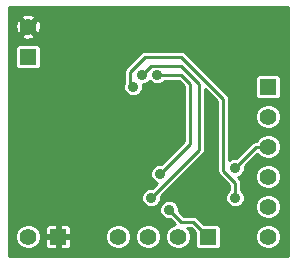
<source format=gbl>
G04 (created by PCBNEW (2013-07-07 BZR 4022)-stable) date 1/13/2014 9:40:32 PM*
%MOIN*%
G04 Gerber Fmt 3.4, Leading zero omitted, Abs format*
%FSLAX34Y34*%
G01*
G70*
G90*
G04 APERTURE LIST*
%ADD10C,0.00590551*%
%ADD11R,0.055X0.055*%
%ADD12C,0.055*%
%ADD13C,0.035*%
%ADD14C,0.01*%
%ADD15C,0.02*%
G04 APERTURE END LIST*
G54D10*
G54D11*
X44700Y-33300D03*
G54D12*
X44700Y-32300D03*
G54D11*
X45700Y-39300D03*
G54D12*
X44700Y-39300D03*
G54D11*
X50700Y-39300D03*
G54D12*
X49700Y-39300D03*
X48700Y-39300D03*
X47700Y-39300D03*
G54D11*
X52700Y-34300D03*
G54D12*
X52700Y-35300D03*
X52700Y-36300D03*
X52700Y-37300D03*
X52700Y-38300D03*
X52700Y-39300D03*
G54D13*
X49000Y-33900D03*
X49100Y-37200D03*
X48800Y-38000D03*
X48500Y-33900D03*
X51600Y-38000D03*
X48200Y-34300D03*
X48200Y-36100D03*
X45300Y-34700D03*
X45700Y-32900D03*
X45700Y-33500D03*
X45200Y-33900D03*
X50800Y-36100D03*
X44700Y-36000D03*
X45300Y-36000D03*
X45900Y-36000D03*
X46500Y-36000D03*
X47100Y-36000D03*
X47700Y-36000D03*
X47700Y-34100D03*
X47200Y-34100D03*
X47200Y-33500D03*
X47200Y-32900D03*
X48900Y-35600D03*
X49500Y-35600D03*
X49500Y-35000D03*
X48900Y-35000D03*
X49400Y-38400D03*
X51600Y-37000D03*
G54D14*
X49000Y-33900D02*
X49800Y-33900D01*
X49800Y-33900D02*
X50100Y-34200D01*
X50100Y-34200D02*
X50100Y-36200D01*
X50100Y-36200D02*
X49100Y-37200D01*
X50400Y-36400D02*
X48800Y-38000D01*
X50400Y-34200D02*
X50400Y-36400D01*
X49800Y-33600D02*
X50400Y-34200D01*
X48800Y-33600D02*
X49800Y-33600D01*
X48500Y-33900D02*
X48800Y-33600D01*
X51600Y-37500D02*
X51600Y-38000D01*
X51200Y-37100D02*
X51600Y-37500D01*
X51200Y-34700D02*
X51200Y-37100D01*
X49800Y-33300D02*
X51200Y-34700D01*
X48600Y-33300D02*
X49800Y-33300D01*
X48100Y-33800D02*
X48600Y-33300D01*
X48100Y-34200D02*
X48100Y-33800D01*
X48200Y-34300D02*
X48100Y-34200D01*
G54D15*
X45300Y-34700D02*
X45200Y-34600D01*
X45700Y-32900D02*
X45700Y-33500D01*
X45200Y-33900D02*
X45200Y-34600D01*
X45300Y-36000D02*
X44700Y-36000D01*
X46500Y-36000D02*
X45900Y-36000D01*
X47700Y-36000D02*
X47100Y-36000D01*
X47200Y-34100D02*
X47700Y-34100D01*
X47200Y-32900D02*
X47200Y-33500D01*
G54D14*
X50200Y-38800D02*
X50700Y-39300D01*
X49800Y-38800D02*
X50200Y-38800D01*
X49400Y-38400D02*
X49800Y-38800D01*
X52300Y-36300D02*
X52700Y-36300D01*
X51600Y-37000D02*
X52300Y-36300D01*
G54D10*
G36*
X53350Y-39950D02*
X53125Y-39950D01*
X53125Y-39215D01*
X53125Y-38215D01*
X53125Y-37215D01*
X53125Y-36215D01*
X53125Y-35215D01*
X53125Y-35215D01*
X53125Y-34545D01*
X53125Y-33995D01*
X53102Y-33940D01*
X53060Y-33897D01*
X53004Y-33875D01*
X52945Y-33874D01*
X52395Y-33874D01*
X52340Y-33897D01*
X52297Y-33939D01*
X52275Y-33995D01*
X52274Y-34054D01*
X52274Y-34604D01*
X52297Y-34659D01*
X52339Y-34702D01*
X52395Y-34724D01*
X52454Y-34725D01*
X53004Y-34725D01*
X53059Y-34702D01*
X53102Y-34660D01*
X53124Y-34604D01*
X53125Y-34545D01*
X53125Y-35215D01*
X53060Y-35059D01*
X52941Y-34939D01*
X52784Y-34875D01*
X52615Y-34874D01*
X52459Y-34939D01*
X52339Y-35058D01*
X52275Y-35215D01*
X52274Y-35384D01*
X52339Y-35540D01*
X52458Y-35660D01*
X52615Y-35724D01*
X52784Y-35725D01*
X52940Y-35660D01*
X53060Y-35541D01*
X53124Y-35384D01*
X53125Y-35215D01*
X53125Y-36215D01*
X53060Y-36059D01*
X52941Y-35939D01*
X52784Y-35875D01*
X52615Y-35874D01*
X52459Y-35939D01*
X52339Y-36058D01*
X52322Y-36100D01*
X52300Y-36100D01*
X52223Y-36115D01*
X52201Y-36129D01*
X52158Y-36158D01*
X51642Y-36675D01*
X51535Y-36674D01*
X51416Y-36724D01*
X51400Y-36740D01*
X51400Y-34700D01*
X51387Y-34636D01*
X51384Y-34623D01*
X51384Y-34623D01*
X51341Y-34558D01*
X51341Y-34558D01*
X49941Y-33158D01*
X49876Y-33115D01*
X49800Y-33100D01*
X48600Y-33100D01*
X48536Y-33112D01*
X48523Y-33115D01*
X48458Y-33158D01*
X47958Y-33658D01*
X47915Y-33723D01*
X47900Y-33800D01*
X47900Y-34174D01*
X47875Y-34235D01*
X47874Y-34364D01*
X47924Y-34483D01*
X48015Y-34575D01*
X48135Y-34624D01*
X48264Y-34625D01*
X48383Y-34575D01*
X48475Y-34484D01*
X48524Y-34364D01*
X48525Y-34235D01*
X48520Y-34225D01*
X48564Y-34225D01*
X48683Y-34175D01*
X48750Y-34109D01*
X48815Y-34175D01*
X48935Y-34224D01*
X49064Y-34225D01*
X49183Y-34175D01*
X49259Y-34100D01*
X49717Y-34100D01*
X49900Y-34282D01*
X49900Y-36117D01*
X49142Y-36875D01*
X49035Y-36874D01*
X48916Y-36924D01*
X48824Y-37015D01*
X48775Y-37135D01*
X48774Y-37264D01*
X48824Y-37383D01*
X48915Y-37475D01*
X49004Y-37512D01*
X48842Y-37675D01*
X48735Y-37674D01*
X48616Y-37724D01*
X48524Y-37815D01*
X48475Y-37935D01*
X48474Y-38064D01*
X48524Y-38183D01*
X48615Y-38275D01*
X48735Y-38324D01*
X48864Y-38325D01*
X48983Y-38275D01*
X49075Y-38184D01*
X49124Y-38064D01*
X49125Y-37957D01*
X50541Y-36541D01*
X50541Y-36541D01*
X50570Y-36498D01*
X50584Y-36476D01*
X50584Y-36476D01*
X50599Y-36400D01*
X50600Y-36400D01*
X50600Y-34382D01*
X51000Y-34782D01*
X51000Y-37100D01*
X51015Y-37176D01*
X51058Y-37241D01*
X51400Y-37582D01*
X51400Y-37740D01*
X51324Y-37815D01*
X51275Y-37935D01*
X51274Y-38064D01*
X51324Y-38183D01*
X51415Y-38275D01*
X51535Y-38324D01*
X51664Y-38325D01*
X51783Y-38275D01*
X51875Y-38184D01*
X51924Y-38064D01*
X51925Y-37935D01*
X51875Y-37816D01*
X51800Y-37740D01*
X51800Y-37500D01*
X51799Y-37499D01*
X51784Y-37423D01*
X51784Y-37423D01*
X51770Y-37401D01*
X51741Y-37358D01*
X51741Y-37358D01*
X51695Y-37312D01*
X51783Y-37275D01*
X51875Y-37184D01*
X51924Y-37064D01*
X51925Y-36957D01*
X52340Y-36541D01*
X52458Y-36660D01*
X52615Y-36724D01*
X52784Y-36725D01*
X52940Y-36660D01*
X53060Y-36541D01*
X53124Y-36384D01*
X53125Y-36215D01*
X53125Y-37215D01*
X53060Y-37059D01*
X52941Y-36939D01*
X52784Y-36875D01*
X52615Y-36874D01*
X52459Y-36939D01*
X52339Y-37058D01*
X52275Y-37215D01*
X52274Y-37384D01*
X52339Y-37540D01*
X52458Y-37660D01*
X52615Y-37724D01*
X52784Y-37725D01*
X52940Y-37660D01*
X53060Y-37541D01*
X53124Y-37384D01*
X53125Y-37215D01*
X53125Y-38215D01*
X53060Y-38059D01*
X52941Y-37939D01*
X52784Y-37875D01*
X52615Y-37874D01*
X52459Y-37939D01*
X52339Y-38058D01*
X52275Y-38215D01*
X52274Y-38384D01*
X52339Y-38540D01*
X52458Y-38660D01*
X52615Y-38724D01*
X52784Y-38725D01*
X52940Y-38660D01*
X53060Y-38541D01*
X53124Y-38384D01*
X53125Y-38215D01*
X53125Y-39215D01*
X53060Y-39059D01*
X52941Y-38939D01*
X52784Y-38875D01*
X52615Y-38874D01*
X52459Y-38939D01*
X52339Y-39058D01*
X52275Y-39215D01*
X52274Y-39384D01*
X52339Y-39540D01*
X52458Y-39660D01*
X52615Y-39724D01*
X52784Y-39725D01*
X52940Y-39660D01*
X53060Y-39541D01*
X53124Y-39384D01*
X53125Y-39215D01*
X53125Y-39950D01*
X51125Y-39950D01*
X51125Y-39545D01*
X51125Y-38995D01*
X51102Y-38940D01*
X51060Y-38897D01*
X51004Y-38875D01*
X50945Y-38874D01*
X50557Y-38874D01*
X50341Y-38658D01*
X50276Y-38615D01*
X50200Y-38600D01*
X49882Y-38600D01*
X49724Y-38442D01*
X49725Y-38335D01*
X49675Y-38216D01*
X49584Y-38124D01*
X49464Y-38075D01*
X49335Y-38074D01*
X49216Y-38124D01*
X49124Y-38215D01*
X49075Y-38335D01*
X49074Y-38464D01*
X49124Y-38583D01*
X49215Y-38675D01*
X49335Y-38724D01*
X49442Y-38725D01*
X49599Y-38881D01*
X49459Y-38939D01*
X49339Y-39058D01*
X49275Y-39215D01*
X49274Y-39384D01*
X49339Y-39540D01*
X49458Y-39660D01*
X49615Y-39724D01*
X49784Y-39725D01*
X49940Y-39660D01*
X50060Y-39541D01*
X50124Y-39384D01*
X50125Y-39215D01*
X50060Y-39059D01*
X50001Y-39000D01*
X50117Y-39000D01*
X50274Y-39157D01*
X50274Y-39604D01*
X50297Y-39659D01*
X50339Y-39702D01*
X50395Y-39724D01*
X50454Y-39725D01*
X51004Y-39725D01*
X51059Y-39702D01*
X51102Y-39660D01*
X51124Y-39604D01*
X51125Y-39545D01*
X51125Y-39950D01*
X49125Y-39950D01*
X49125Y-39215D01*
X49060Y-39059D01*
X48941Y-38939D01*
X48784Y-38875D01*
X48615Y-38874D01*
X48459Y-38939D01*
X48339Y-39058D01*
X48275Y-39215D01*
X48274Y-39384D01*
X48339Y-39540D01*
X48458Y-39660D01*
X48615Y-39724D01*
X48784Y-39725D01*
X48940Y-39660D01*
X49060Y-39541D01*
X49124Y-39384D01*
X49125Y-39215D01*
X49125Y-39950D01*
X48125Y-39950D01*
X48125Y-39215D01*
X48060Y-39059D01*
X47941Y-38939D01*
X47784Y-38875D01*
X47615Y-38874D01*
X47459Y-38939D01*
X47339Y-39058D01*
X47275Y-39215D01*
X47274Y-39384D01*
X47339Y-39540D01*
X47458Y-39660D01*
X47615Y-39724D01*
X47784Y-39725D01*
X47940Y-39660D01*
X48060Y-39541D01*
X48124Y-39384D01*
X48125Y-39215D01*
X48125Y-39950D01*
X46125Y-39950D01*
X46125Y-39545D01*
X46125Y-39054D01*
X46124Y-38995D01*
X46102Y-38939D01*
X46059Y-38897D01*
X46004Y-38874D01*
X45787Y-38875D01*
X45750Y-38912D01*
X45750Y-39250D01*
X46087Y-39250D01*
X46125Y-39212D01*
X46125Y-39054D01*
X46125Y-39545D01*
X46125Y-39387D01*
X46087Y-39350D01*
X45750Y-39350D01*
X45750Y-39687D01*
X45787Y-39725D01*
X46004Y-39725D01*
X46059Y-39702D01*
X46102Y-39660D01*
X46124Y-39604D01*
X46125Y-39545D01*
X46125Y-39950D01*
X45650Y-39950D01*
X45650Y-39687D01*
X45650Y-39350D01*
X45650Y-39250D01*
X45650Y-38912D01*
X45612Y-38875D01*
X45395Y-38874D01*
X45340Y-38897D01*
X45297Y-38939D01*
X45275Y-38995D01*
X45274Y-39054D01*
X45275Y-39212D01*
X45312Y-39250D01*
X45650Y-39250D01*
X45650Y-39350D01*
X45312Y-39350D01*
X45275Y-39387D01*
X45274Y-39545D01*
X45275Y-39604D01*
X45297Y-39660D01*
X45340Y-39702D01*
X45395Y-39725D01*
X45612Y-39725D01*
X45650Y-39687D01*
X45650Y-39950D01*
X45130Y-39950D01*
X45130Y-32351D01*
X45117Y-32183D01*
X45077Y-32087D01*
X45013Y-32057D01*
X44942Y-32128D01*
X44942Y-31986D01*
X44912Y-31922D01*
X44751Y-31869D01*
X44583Y-31882D01*
X44487Y-31922D01*
X44457Y-31986D01*
X44700Y-32229D01*
X44942Y-31986D01*
X44942Y-32128D01*
X44770Y-32300D01*
X45013Y-32542D01*
X45077Y-32512D01*
X45130Y-32351D01*
X45130Y-39950D01*
X45125Y-39950D01*
X45125Y-39215D01*
X45125Y-39215D01*
X45125Y-33545D01*
X45125Y-32995D01*
X45102Y-32940D01*
X45060Y-32897D01*
X45004Y-32875D01*
X44945Y-32874D01*
X44942Y-32874D01*
X44942Y-32613D01*
X44700Y-32370D01*
X44629Y-32441D01*
X44629Y-32300D01*
X44386Y-32057D01*
X44322Y-32087D01*
X44269Y-32248D01*
X44282Y-32416D01*
X44322Y-32512D01*
X44386Y-32542D01*
X44629Y-32300D01*
X44629Y-32441D01*
X44457Y-32613D01*
X44487Y-32677D01*
X44648Y-32730D01*
X44816Y-32717D01*
X44912Y-32677D01*
X44942Y-32613D01*
X44942Y-32874D01*
X44395Y-32874D01*
X44340Y-32897D01*
X44297Y-32939D01*
X44275Y-32995D01*
X44274Y-33054D01*
X44274Y-33604D01*
X44297Y-33659D01*
X44339Y-33702D01*
X44395Y-33724D01*
X44454Y-33725D01*
X45004Y-33725D01*
X45059Y-33702D01*
X45102Y-33660D01*
X45124Y-33604D01*
X45125Y-33545D01*
X45125Y-39215D01*
X45060Y-39059D01*
X44941Y-38939D01*
X44784Y-38875D01*
X44615Y-38874D01*
X44459Y-38939D01*
X44339Y-39058D01*
X44275Y-39215D01*
X44274Y-39384D01*
X44339Y-39540D01*
X44458Y-39660D01*
X44615Y-39724D01*
X44784Y-39725D01*
X44940Y-39660D01*
X45060Y-39541D01*
X45124Y-39384D01*
X45125Y-39215D01*
X45125Y-39950D01*
X44050Y-39950D01*
X44050Y-31650D01*
X53350Y-31650D01*
X53350Y-39950D01*
X53350Y-39950D01*
G37*
G54D14*
X53350Y-39950D02*
X53125Y-39950D01*
X53125Y-39215D01*
X53125Y-38215D01*
X53125Y-37215D01*
X53125Y-36215D01*
X53125Y-35215D01*
X53125Y-35215D01*
X53125Y-34545D01*
X53125Y-33995D01*
X53102Y-33940D01*
X53060Y-33897D01*
X53004Y-33875D01*
X52945Y-33874D01*
X52395Y-33874D01*
X52340Y-33897D01*
X52297Y-33939D01*
X52275Y-33995D01*
X52274Y-34054D01*
X52274Y-34604D01*
X52297Y-34659D01*
X52339Y-34702D01*
X52395Y-34724D01*
X52454Y-34725D01*
X53004Y-34725D01*
X53059Y-34702D01*
X53102Y-34660D01*
X53124Y-34604D01*
X53125Y-34545D01*
X53125Y-35215D01*
X53060Y-35059D01*
X52941Y-34939D01*
X52784Y-34875D01*
X52615Y-34874D01*
X52459Y-34939D01*
X52339Y-35058D01*
X52275Y-35215D01*
X52274Y-35384D01*
X52339Y-35540D01*
X52458Y-35660D01*
X52615Y-35724D01*
X52784Y-35725D01*
X52940Y-35660D01*
X53060Y-35541D01*
X53124Y-35384D01*
X53125Y-35215D01*
X53125Y-36215D01*
X53060Y-36059D01*
X52941Y-35939D01*
X52784Y-35875D01*
X52615Y-35874D01*
X52459Y-35939D01*
X52339Y-36058D01*
X52322Y-36100D01*
X52300Y-36100D01*
X52223Y-36115D01*
X52201Y-36129D01*
X52158Y-36158D01*
X51642Y-36675D01*
X51535Y-36674D01*
X51416Y-36724D01*
X51400Y-36740D01*
X51400Y-34700D01*
X51387Y-34636D01*
X51384Y-34623D01*
X51384Y-34623D01*
X51341Y-34558D01*
X51341Y-34558D01*
X49941Y-33158D01*
X49876Y-33115D01*
X49800Y-33100D01*
X48600Y-33100D01*
X48536Y-33112D01*
X48523Y-33115D01*
X48458Y-33158D01*
X47958Y-33658D01*
X47915Y-33723D01*
X47900Y-33800D01*
X47900Y-34174D01*
X47875Y-34235D01*
X47874Y-34364D01*
X47924Y-34483D01*
X48015Y-34575D01*
X48135Y-34624D01*
X48264Y-34625D01*
X48383Y-34575D01*
X48475Y-34484D01*
X48524Y-34364D01*
X48525Y-34235D01*
X48520Y-34225D01*
X48564Y-34225D01*
X48683Y-34175D01*
X48750Y-34109D01*
X48815Y-34175D01*
X48935Y-34224D01*
X49064Y-34225D01*
X49183Y-34175D01*
X49259Y-34100D01*
X49717Y-34100D01*
X49900Y-34282D01*
X49900Y-36117D01*
X49142Y-36875D01*
X49035Y-36874D01*
X48916Y-36924D01*
X48824Y-37015D01*
X48775Y-37135D01*
X48774Y-37264D01*
X48824Y-37383D01*
X48915Y-37475D01*
X49004Y-37512D01*
X48842Y-37675D01*
X48735Y-37674D01*
X48616Y-37724D01*
X48524Y-37815D01*
X48475Y-37935D01*
X48474Y-38064D01*
X48524Y-38183D01*
X48615Y-38275D01*
X48735Y-38324D01*
X48864Y-38325D01*
X48983Y-38275D01*
X49075Y-38184D01*
X49124Y-38064D01*
X49125Y-37957D01*
X50541Y-36541D01*
X50541Y-36541D01*
X50570Y-36498D01*
X50584Y-36476D01*
X50584Y-36476D01*
X50599Y-36400D01*
X50600Y-36400D01*
X50600Y-34382D01*
X51000Y-34782D01*
X51000Y-37100D01*
X51015Y-37176D01*
X51058Y-37241D01*
X51400Y-37582D01*
X51400Y-37740D01*
X51324Y-37815D01*
X51275Y-37935D01*
X51274Y-38064D01*
X51324Y-38183D01*
X51415Y-38275D01*
X51535Y-38324D01*
X51664Y-38325D01*
X51783Y-38275D01*
X51875Y-38184D01*
X51924Y-38064D01*
X51925Y-37935D01*
X51875Y-37816D01*
X51800Y-37740D01*
X51800Y-37500D01*
X51799Y-37499D01*
X51784Y-37423D01*
X51784Y-37423D01*
X51770Y-37401D01*
X51741Y-37358D01*
X51741Y-37358D01*
X51695Y-37312D01*
X51783Y-37275D01*
X51875Y-37184D01*
X51924Y-37064D01*
X51925Y-36957D01*
X52340Y-36541D01*
X52458Y-36660D01*
X52615Y-36724D01*
X52784Y-36725D01*
X52940Y-36660D01*
X53060Y-36541D01*
X53124Y-36384D01*
X53125Y-36215D01*
X53125Y-37215D01*
X53060Y-37059D01*
X52941Y-36939D01*
X52784Y-36875D01*
X52615Y-36874D01*
X52459Y-36939D01*
X52339Y-37058D01*
X52275Y-37215D01*
X52274Y-37384D01*
X52339Y-37540D01*
X52458Y-37660D01*
X52615Y-37724D01*
X52784Y-37725D01*
X52940Y-37660D01*
X53060Y-37541D01*
X53124Y-37384D01*
X53125Y-37215D01*
X53125Y-38215D01*
X53060Y-38059D01*
X52941Y-37939D01*
X52784Y-37875D01*
X52615Y-37874D01*
X52459Y-37939D01*
X52339Y-38058D01*
X52275Y-38215D01*
X52274Y-38384D01*
X52339Y-38540D01*
X52458Y-38660D01*
X52615Y-38724D01*
X52784Y-38725D01*
X52940Y-38660D01*
X53060Y-38541D01*
X53124Y-38384D01*
X53125Y-38215D01*
X53125Y-39215D01*
X53060Y-39059D01*
X52941Y-38939D01*
X52784Y-38875D01*
X52615Y-38874D01*
X52459Y-38939D01*
X52339Y-39058D01*
X52275Y-39215D01*
X52274Y-39384D01*
X52339Y-39540D01*
X52458Y-39660D01*
X52615Y-39724D01*
X52784Y-39725D01*
X52940Y-39660D01*
X53060Y-39541D01*
X53124Y-39384D01*
X53125Y-39215D01*
X53125Y-39950D01*
X51125Y-39950D01*
X51125Y-39545D01*
X51125Y-38995D01*
X51102Y-38940D01*
X51060Y-38897D01*
X51004Y-38875D01*
X50945Y-38874D01*
X50557Y-38874D01*
X50341Y-38658D01*
X50276Y-38615D01*
X50200Y-38600D01*
X49882Y-38600D01*
X49724Y-38442D01*
X49725Y-38335D01*
X49675Y-38216D01*
X49584Y-38124D01*
X49464Y-38075D01*
X49335Y-38074D01*
X49216Y-38124D01*
X49124Y-38215D01*
X49075Y-38335D01*
X49074Y-38464D01*
X49124Y-38583D01*
X49215Y-38675D01*
X49335Y-38724D01*
X49442Y-38725D01*
X49599Y-38881D01*
X49459Y-38939D01*
X49339Y-39058D01*
X49275Y-39215D01*
X49274Y-39384D01*
X49339Y-39540D01*
X49458Y-39660D01*
X49615Y-39724D01*
X49784Y-39725D01*
X49940Y-39660D01*
X50060Y-39541D01*
X50124Y-39384D01*
X50125Y-39215D01*
X50060Y-39059D01*
X50001Y-39000D01*
X50117Y-39000D01*
X50274Y-39157D01*
X50274Y-39604D01*
X50297Y-39659D01*
X50339Y-39702D01*
X50395Y-39724D01*
X50454Y-39725D01*
X51004Y-39725D01*
X51059Y-39702D01*
X51102Y-39660D01*
X51124Y-39604D01*
X51125Y-39545D01*
X51125Y-39950D01*
X49125Y-39950D01*
X49125Y-39215D01*
X49060Y-39059D01*
X48941Y-38939D01*
X48784Y-38875D01*
X48615Y-38874D01*
X48459Y-38939D01*
X48339Y-39058D01*
X48275Y-39215D01*
X48274Y-39384D01*
X48339Y-39540D01*
X48458Y-39660D01*
X48615Y-39724D01*
X48784Y-39725D01*
X48940Y-39660D01*
X49060Y-39541D01*
X49124Y-39384D01*
X49125Y-39215D01*
X49125Y-39950D01*
X48125Y-39950D01*
X48125Y-39215D01*
X48060Y-39059D01*
X47941Y-38939D01*
X47784Y-38875D01*
X47615Y-38874D01*
X47459Y-38939D01*
X47339Y-39058D01*
X47275Y-39215D01*
X47274Y-39384D01*
X47339Y-39540D01*
X47458Y-39660D01*
X47615Y-39724D01*
X47784Y-39725D01*
X47940Y-39660D01*
X48060Y-39541D01*
X48124Y-39384D01*
X48125Y-39215D01*
X48125Y-39950D01*
X46125Y-39950D01*
X46125Y-39545D01*
X46125Y-39054D01*
X46124Y-38995D01*
X46102Y-38939D01*
X46059Y-38897D01*
X46004Y-38874D01*
X45787Y-38875D01*
X45750Y-38912D01*
X45750Y-39250D01*
X46087Y-39250D01*
X46125Y-39212D01*
X46125Y-39054D01*
X46125Y-39545D01*
X46125Y-39387D01*
X46087Y-39350D01*
X45750Y-39350D01*
X45750Y-39687D01*
X45787Y-39725D01*
X46004Y-39725D01*
X46059Y-39702D01*
X46102Y-39660D01*
X46124Y-39604D01*
X46125Y-39545D01*
X46125Y-39950D01*
X45650Y-39950D01*
X45650Y-39687D01*
X45650Y-39350D01*
X45650Y-39250D01*
X45650Y-38912D01*
X45612Y-38875D01*
X45395Y-38874D01*
X45340Y-38897D01*
X45297Y-38939D01*
X45275Y-38995D01*
X45274Y-39054D01*
X45275Y-39212D01*
X45312Y-39250D01*
X45650Y-39250D01*
X45650Y-39350D01*
X45312Y-39350D01*
X45275Y-39387D01*
X45274Y-39545D01*
X45275Y-39604D01*
X45297Y-39660D01*
X45340Y-39702D01*
X45395Y-39725D01*
X45612Y-39725D01*
X45650Y-39687D01*
X45650Y-39950D01*
X45130Y-39950D01*
X45130Y-32351D01*
X45117Y-32183D01*
X45077Y-32087D01*
X45013Y-32057D01*
X44942Y-32128D01*
X44942Y-31986D01*
X44912Y-31922D01*
X44751Y-31869D01*
X44583Y-31882D01*
X44487Y-31922D01*
X44457Y-31986D01*
X44700Y-32229D01*
X44942Y-31986D01*
X44942Y-32128D01*
X44770Y-32300D01*
X45013Y-32542D01*
X45077Y-32512D01*
X45130Y-32351D01*
X45130Y-39950D01*
X45125Y-39950D01*
X45125Y-39215D01*
X45125Y-39215D01*
X45125Y-33545D01*
X45125Y-32995D01*
X45102Y-32940D01*
X45060Y-32897D01*
X45004Y-32875D01*
X44945Y-32874D01*
X44942Y-32874D01*
X44942Y-32613D01*
X44700Y-32370D01*
X44629Y-32441D01*
X44629Y-32300D01*
X44386Y-32057D01*
X44322Y-32087D01*
X44269Y-32248D01*
X44282Y-32416D01*
X44322Y-32512D01*
X44386Y-32542D01*
X44629Y-32300D01*
X44629Y-32441D01*
X44457Y-32613D01*
X44487Y-32677D01*
X44648Y-32730D01*
X44816Y-32717D01*
X44912Y-32677D01*
X44942Y-32613D01*
X44942Y-32874D01*
X44395Y-32874D01*
X44340Y-32897D01*
X44297Y-32939D01*
X44275Y-32995D01*
X44274Y-33054D01*
X44274Y-33604D01*
X44297Y-33659D01*
X44339Y-33702D01*
X44395Y-33724D01*
X44454Y-33725D01*
X45004Y-33725D01*
X45059Y-33702D01*
X45102Y-33660D01*
X45124Y-33604D01*
X45125Y-33545D01*
X45125Y-39215D01*
X45060Y-39059D01*
X44941Y-38939D01*
X44784Y-38875D01*
X44615Y-38874D01*
X44459Y-38939D01*
X44339Y-39058D01*
X44275Y-39215D01*
X44274Y-39384D01*
X44339Y-39540D01*
X44458Y-39660D01*
X44615Y-39724D01*
X44784Y-39725D01*
X44940Y-39660D01*
X45060Y-39541D01*
X45124Y-39384D01*
X45125Y-39215D01*
X45125Y-39950D01*
X44050Y-39950D01*
X44050Y-31650D01*
X53350Y-31650D01*
X53350Y-39950D01*
M02*

</source>
